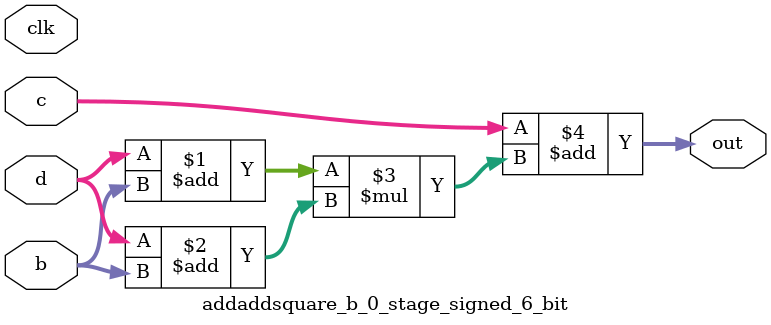
<source format=sv>
(* use_dsp = "yes" *) module addaddsquare_b_0_stage_signed_6_bit(
	input signed [5:0] b,
	input signed [5:0] c,
	input signed [5:0] d,
	output [5:0] out,
	input clk);

	assign out = c + ((d + b) * (d + b));
endmodule

</source>
